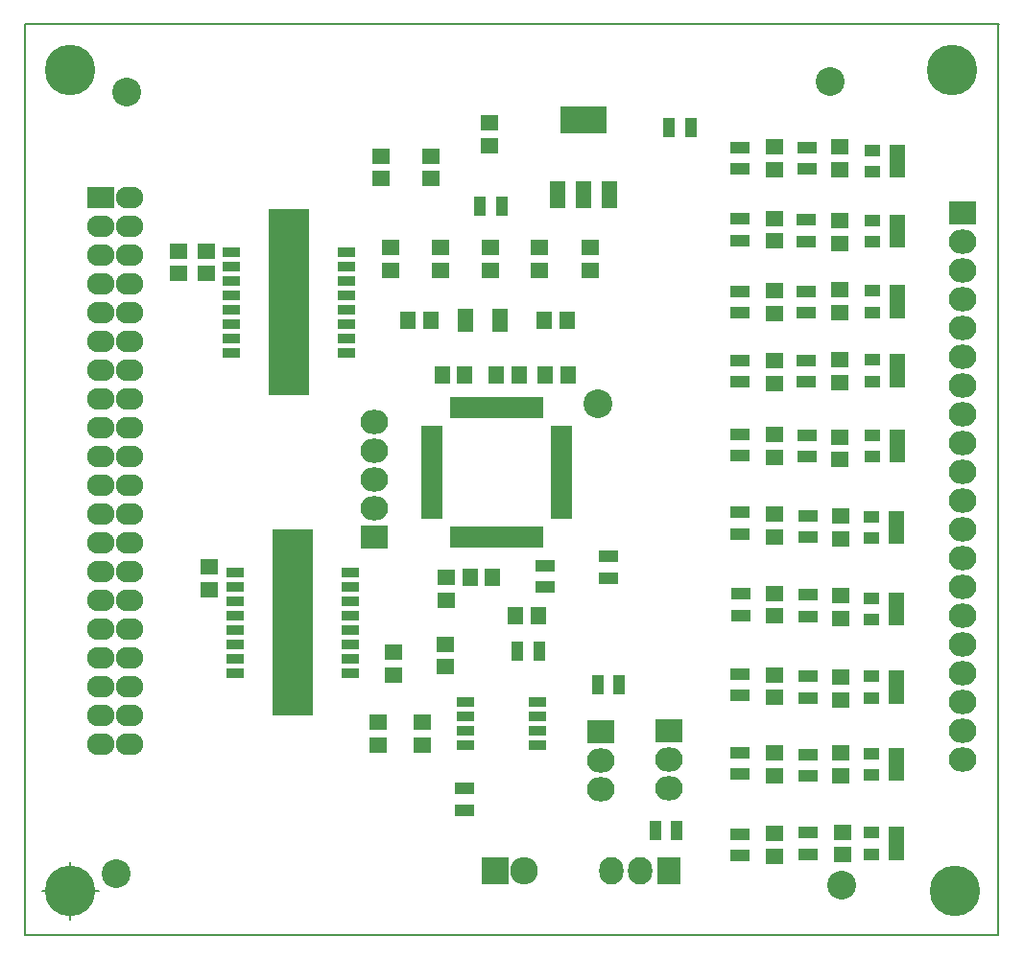
<source format=gbr>
G04 #@! TF.FileFunction,Soldermask,Top*
%FSLAX46Y46*%
G04 Gerber Fmt 4.6, Leading zero omitted, Abs format (unit mm)*
G04 Created by KiCad (PCBNEW 4.0.2-stable) date 30/10/2016 11:04:25*
%MOMM*%
G01*
G04 APERTURE LIST*
%ADD10C,0.100000*%
%ADD11C,0.150000*%
%ADD12R,3.540000X16.540000*%
%ADD13R,2.400000X1.924000*%
%ADD14O,2.400000X1.924000*%
%ADD15R,2.432000X2.127200*%
%ADD16O,2.432000X2.127200*%
%ADD17R,1.543000X0.908000*%
%ADD18R,1.100000X1.700000*%
%ADD19R,1.900000X0.700000*%
%ADD20R,0.700000X1.900000*%
%ADD21R,1.650000X1.400000*%
%ADD22R,1.400000X1.650000*%
%ADD23R,1.700000X1.100000*%
%ADD24R,1.460000X1.050000*%
%ADD25R,4.057600X2.432000*%
%ADD26R,1.416000X2.432000*%
%ADD27R,1.400000X2.000000*%
%ADD28R,2.127200X2.432000*%
%ADD29O,2.127200X2.432000*%
%ADD30R,2.432000X2.432000*%
%ADD31O,2.432000X2.432000*%
%ADD32C,2.540000*%
%ADD33C,4.464000*%
G04 APERTURE END LIST*
D10*
D11*
X1666666Y0D02*
G75*
G03X1666666Y0I-1666666J0D01*
G01*
X-2500000Y0D02*
X2500000Y0D01*
X0Y2500000D02*
X0Y-2500000D01*
X-3985000Y76580000D02*
X81880000Y76580000D01*
X-3985000Y76580000D02*
X-3985000Y-3920000D01*
X81875000Y-3920000D02*
X81875000Y76580000D01*
X-3990000Y-3920000D02*
X81875000Y-3920000D01*
D12*
X19580000Y23680000D03*
X19280000Y51980000D03*
D13*
X2680000Y61180000D03*
D14*
X5220000Y61180000D03*
X2680000Y58640000D03*
X5220000Y58640000D03*
X2680000Y56100000D03*
X5220000Y56100000D03*
X2680000Y53560000D03*
X5220000Y53560000D03*
X2680000Y51020000D03*
X5220000Y51020000D03*
X2680000Y48480000D03*
X5220000Y48480000D03*
X2680000Y45940000D03*
X5220000Y45940000D03*
X2680000Y43400000D03*
X5220000Y43400000D03*
X2680000Y40860000D03*
X5220000Y40860000D03*
X2680000Y38320000D03*
X5220000Y38320000D03*
X2680000Y35780000D03*
X5220000Y35780000D03*
X2680000Y33240000D03*
X5220000Y33240000D03*
X2680000Y30700000D03*
X5220000Y30700000D03*
X2680000Y28160000D03*
X5220000Y28160000D03*
X2680000Y25620000D03*
X5220000Y25620000D03*
X2680000Y23080000D03*
X5220000Y23080000D03*
X2680000Y20540000D03*
X5220000Y20540000D03*
X2680000Y18000000D03*
X5220000Y18000000D03*
X2680000Y15460000D03*
X5220000Y15460000D03*
X2680000Y12920000D03*
X5220000Y12920000D03*
D15*
X52770000Y14100000D03*
D16*
X52770000Y11560000D03*
X52770000Y9020000D03*
D17*
X41155000Y16685000D03*
X41155000Y15415000D03*
X41155000Y14145000D03*
X41155000Y12875000D03*
X34805000Y12875000D03*
X34805000Y14145000D03*
X34805000Y15415000D03*
X34805000Y16685000D03*
X14500000Y28125000D03*
X14500000Y26855000D03*
X14500000Y25585000D03*
X14500000Y24315000D03*
X14500000Y23045000D03*
X14500000Y21775000D03*
X14500000Y20505000D03*
X14500000Y19235000D03*
X24660000Y19235000D03*
X24660000Y20505000D03*
X24660000Y21775000D03*
X24660000Y23045000D03*
X24660000Y24315000D03*
X24660000Y25585000D03*
X24660000Y26855000D03*
X24660000Y28125000D03*
D18*
X36130000Y60480000D03*
X38030000Y60480000D03*
D17*
X14200000Y56425000D03*
X14200000Y55155000D03*
X14200000Y53885000D03*
X14200000Y52615000D03*
X14200000Y51345000D03*
X14200000Y50075000D03*
X14200000Y48805000D03*
X14200000Y47535000D03*
X24360000Y47535000D03*
X24360000Y48805000D03*
X24360000Y50075000D03*
X24360000Y51345000D03*
X24360000Y52615000D03*
X24360000Y53885000D03*
X24360000Y55155000D03*
X24360000Y56425000D03*
D19*
X43280000Y33230000D03*
X43280000Y33730000D03*
X43280000Y34230000D03*
X43280000Y34730000D03*
X43280000Y35230000D03*
X43280000Y35730000D03*
X43280000Y36230000D03*
X43280000Y36730000D03*
X43280000Y37230000D03*
X43280000Y37730000D03*
X43280000Y38230000D03*
X43280000Y38730000D03*
X43280000Y39230000D03*
X43280000Y39730000D03*
X43280000Y40230000D03*
X43280000Y40730000D03*
D20*
X41330000Y42680000D03*
X40830000Y42680000D03*
X40330000Y42680000D03*
X39830000Y42680000D03*
X39330000Y42680000D03*
X38830000Y42680000D03*
X38330000Y42680000D03*
X37830000Y42680000D03*
X37330000Y42680000D03*
X36830000Y42680000D03*
X36330000Y42680000D03*
X35830000Y42680000D03*
X35330000Y42680000D03*
X34830000Y42680000D03*
X34330000Y42680000D03*
X33830000Y42680000D03*
D19*
X31880000Y40730000D03*
X31880000Y40230000D03*
X31880000Y39730000D03*
X31880000Y39230000D03*
X31880000Y38730000D03*
X31880000Y38230000D03*
X31880000Y37730000D03*
X31880000Y37230000D03*
X31880000Y36730000D03*
X31880000Y36230000D03*
X31880000Y35730000D03*
X31880000Y35230000D03*
X31880000Y34730000D03*
X31880000Y34230000D03*
X31880000Y33730000D03*
X31880000Y33230000D03*
D20*
X33830000Y31280000D03*
X34330000Y31280000D03*
X34830000Y31280000D03*
X35330000Y31280000D03*
X35830000Y31280000D03*
X36330000Y31280000D03*
X36830000Y31280000D03*
X37330000Y31280000D03*
X37830000Y31280000D03*
X38330000Y31280000D03*
X38830000Y31280000D03*
X39330000Y31280000D03*
X39830000Y31280000D03*
X40330000Y31280000D03*
X40830000Y31280000D03*
X41330000Y31280000D03*
D21*
X62080000Y63680000D03*
X62080000Y65680000D03*
X67880000Y63680000D03*
X67880000Y65680000D03*
X62080000Y57380000D03*
X62080000Y59380000D03*
X67880000Y57180000D03*
X67880000Y59180000D03*
X62080000Y50980000D03*
X62080000Y52980000D03*
X67880000Y51080000D03*
X67880000Y53080000D03*
X62080000Y44780000D03*
X62080000Y46780000D03*
X67880000Y44880000D03*
X67880000Y46880000D03*
X62080000Y38280000D03*
X62080000Y40280000D03*
X67880000Y38080000D03*
X67880000Y40080000D03*
X62080000Y31280000D03*
X62080000Y33280000D03*
X67980000Y31080000D03*
X67980000Y33080000D03*
X62080000Y24280000D03*
X62080000Y26280000D03*
X67980000Y24080000D03*
X67980000Y26080000D03*
X62080000Y17080000D03*
X62080000Y19080000D03*
X67980000Y16880000D03*
X67980000Y18880000D03*
X62080000Y10180000D03*
X62080000Y12180000D03*
X67980000Y10180000D03*
X67980000Y12180000D03*
D22*
X41780000Y50380000D03*
X43780000Y50380000D03*
X37580000Y45580000D03*
X39580000Y45580000D03*
X29780000Y50380000D03*
X31780000Y50380000D03*
X34780000Y45580000D03*
X32780000Y45580000D03*
D21*
X33140000Y25680000D03*
X33140000Y27680000D03*
D22*
X37250000Y27680000D03*
X35250000Y27680000D03*
D21*
X27380000Y64880000D03*
X27380000Y62880000D03*
X31780000Y64880000D03*
X31780000Y62880000D03*
X41380000Y56780000D03*
X41380000Y54780000D03*
X45880000Y56780000D03*
X45880000Y54780000D03*
X28280000Y56780000D03*
X28280000Y54780000D03*
X32680000Y56780000D03*
X32680000Y54780000D03*
X37080000Y56780000D03*
X37080000Y54780000D03*
X36980000Y65780000D03*
X36980000Y67780000D03*
D23*
X59080000Y65630000D03*
X59080000Y63730000D03*
X64980000Y63730000D03*
X64980000Y65630000D03*
X59080000Y57430000D03*
X59080000Y59330000D03*
X64880000Y57330000D03*
X64880000Y59230000D03*
X59080000Y52930000D03*
X59080000Y51030000D03*
X64880000Y51030000D03*
X64880000Y52930000D03*
X59080000Y44930000D03*
X59080000Y46830000D03*
X64880000Y44930000D03*
X64880000Y46830000D03*
X59080000Y40330000D03*
X59080000Y38430000D03*
X64980000Y38330000D03*
X64980000Y40230000D03*
X59080000Y31530000D03*
X59080000Y33430000D03*
X65080000Y31230000D03*
X65080000Y33130000D03*
X59180000Y26230000D03*
X59180000Y24330000D03*
X65080000Y24230000D03*
X65080000Y26130000D03*
X59080000Y17230000D03*
X59080000Y19130000D03*
X65080000Y17030000D03*
X65080000Y18930000D03*
X59080000Y12230000D03*
X59080000Y10330000D03*
X65080000Y10130000D03*
X65080000Y12030000D03*
D24*
X72930000Y63480000D03*
X72930000Y64430000D03*
X72930000Y65380000D03*
X70730000Y65380000D03*
X70730000Y63480000D03*
X72930000Y57280000D03*
X72930000Y58230000D03*
X72930000Y59180000D03*
X70730000Y59180000D03*
X70730000Y57280000D03*
X72930000Y51080000D03*
X72930000Y52030000D03*
X72930000Y52980000D03*
X70730000Y52980000D03*
X70730000Y51080000D03*
X72930000Y44980000D03*
X72930000Y45930000D03*
X72930000Y46880000D03*
X70730000Y46880000D03*
X70730000Y44980000D03*
X72980000Y38330000D03*
X72980000Y39280000D03*
X72980000Y40230000D03*
X70780000Y40230000D03*
X70780000Y38330000D03*
X72880000Y31130000D03*
X72880000Y32080000D03*
X72880000Y33030000D03*
X70680000Y33030000D03*
X70680000Y31130000D03*
X72880000Y23930000D03*
X72880000Y24880000D03*
X72880000Y25830000D03*
X70680000Y25830000D03*
X70680000Y23930000D03*
X72880000Y17030000D03*
X72880000Y17980000D03*
X72880000Y18930000D03*
X70680000Y18930000D03*
X70680000Y17030000D03*
X72880000Y10230000D03*
X72880000Y11180000D03*
X72880000Y12130000D03*
X70680000Y12130000D03*
X70680000Y10230000D03*
D25*
X45280000Y68082000D03*
D26*
X45280000Y61478000D03*
X47566000Y61478000D03*
X42994000Y61478000D03*
D27*
X37880000Y50380000D03*
X34880000Y50380000D03*
D22*
X41280000Y24280000D03*
X39280000Y24280000D03*
D21*
X33080000Y21780000D03*
X33080000Y19780000D03*
X27180000Y12880000D03*
X27180000Y14880000D03*
D22*
X43880000Y45580000D03*
X41880000Y45580000D03*
D21*
X28480000Y21080000D03*
X28480000Y19080000D03*
X31000000Y12900000D03*
X31000000Y14900000D03*
D28*
X52780000Y1780000D03*
D29*
X50240000Y1780000D03*
X47700000Y1780000D03*
D30*
X37510000Y1750000D03*
D31*
X40050000Y1750000D03*
D15*
X46780000Y14080000D03*
D16*
X46780000Y11540000D03*
X46780000Y9000000D03*
D23*
X41880000Y26830000D03*
X41880000Y28730000D03*
D18*
X41330000Y21180000D03*
X39430000Y21180000D03*
D23*
X34780000Y9030000D03*
X34780000Y7130000D03*
X47480000Y27630000D03*
X47480000Y29530000D03*
D18*
X46530000Y18180000D03*
X48430000Y18180000D03*
X53470000Y5320000D03*
X51570000Y5320000D03*
D21*
X68080000Y3180000D03*
X68080000Y5180000D03*
X62080000Y3080000D03*
X62080000Y5080000D03*
D23*
X65080000Y5130000D03*
X65080000Y3230000D03*
X59080000Y5030000D03*
X59080000Y3130000D03*
D15*
X78680000Y59880000D03*
D16*
X78680000Y57340000D03*
X78680000Y54800000D03*
X78680000Y52260000D03*
X78680000Y49720000D03*
X78680000Y47180000D03*
X78680000Y44640000D03*
X78680000Y42100000D03*
X78680000Y39560000D03*
X78680000Y37020000D03*
X78680000Y34480000D03*
X78680000Y31940000D03*
X78680000Y29400000D03*
X78680000Y26860000D03*
X78680000Y24320000D03*
X78680000Y21780000D03*
X78680000Y19240000D03*
X78680000Y16700000D03*
X78680000Y14160000D03*
X78680000Y11620000D03*
D24*
X72880000Y3230000D03*
X72880000Y4180000D03*
X72880000Y5130000D03*
X70680000Y5130000D03*
X70680000Y3230000D03*
D18*
X54730000Y67380000D03*
X52830000Y67380000D03*
D21*
X12000000Y56500000D03*
X12000000Y54500000D03*
X9500000Y56500000D03*
X9500000Y54500000D03*
X12200000Y28600000D03*
X12200000Y26600000D03*
D32*
X5000000Y70500000D03*
X67000000Y71500000D03*
X4000000Y1500000D03*
X68000000Y500000D03*
D33*
X77800000Y72500000D03*
X78000000Y0D03*
X0Y72500000D03*
X0Y0D03*
D32*
X46500000Y43000000D03*
D15*
X26820000Y31230000D03*
D16*
X26820000Y33770000D03*
X26820000Y36310000D03*
X26820000Y38850000D03*
X26820000Y41390000D03*
M02*

</source>
